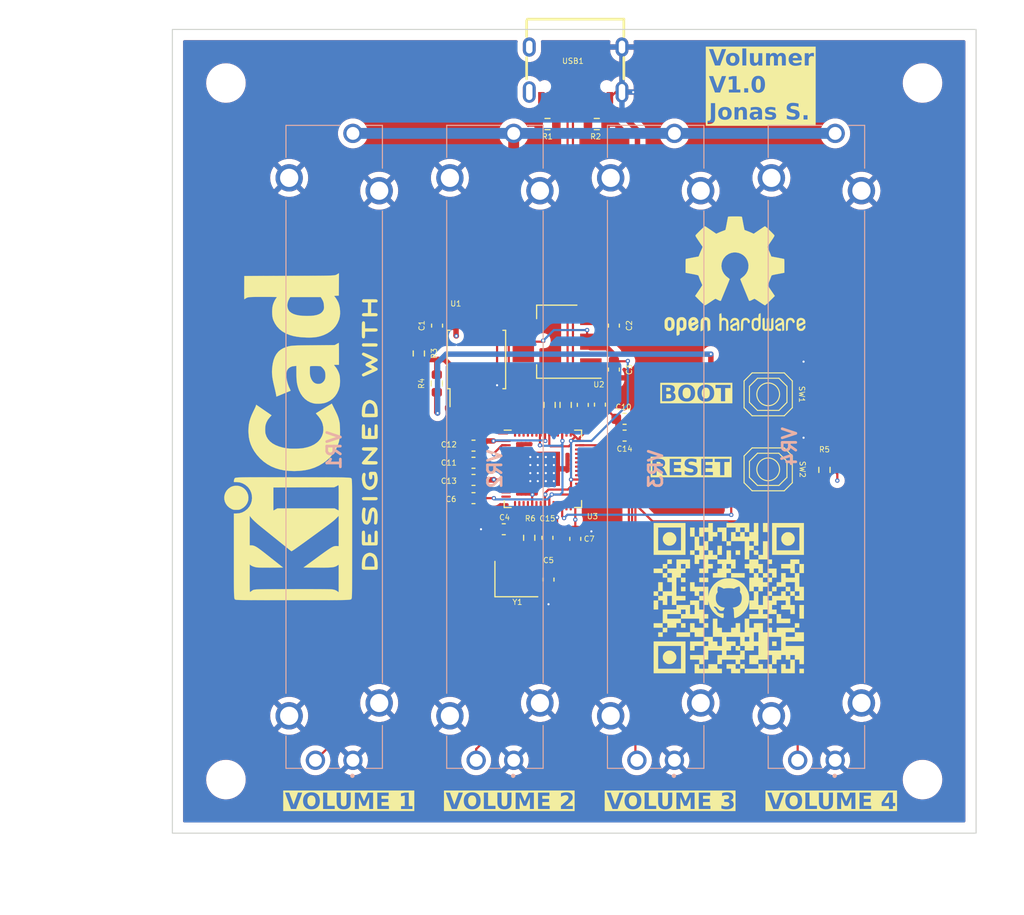
<source format=kicad_pcb>
(kicad_pcb (version 20221018) (generator pcbnew)
  (layers (0 "F.Cu" signal "FRONT") (31 "B.Cu" signal "BACK") (34 "B.Paste" user) (35 "F.Paste" user) (36 "B.SilkS" user "B.Silkscreen") (37 "F.SilkS" user "F.Silkscreen") (38 "B.Mask" user) (39 "F.Mask" user) (44 "Edge.Cuts" user))
  (net 0 "")
  (net 1 "GND")
  (net 2 "/rp2040/XIN")
  (net 3 "Net-(C5-Pad1)")
  (net 4 "/rp2040/1V1")
  (net 5 "unconnected-(U3-GPIO0-Pad2)")
  (net 7 "+5V")
  (net 8 "+3V3")
  (net 14 "/rp2040/~{RST}")
  (net 15 "/rp2040/XOUT")
  (net 16 "/rp2040/QSPI_SS")
  (net 17 "/rp2040/N_USB_D+")
  (net 18 "/USB_D+")
  (net 19 "/rp2040/N_USB_D-")
  (net 20 "/USB_D-")
  (net 21 "/rp2040/~{USB_BOOT}")
  (net 22 "Net-(USB1-CC2)")
  (net 23 "Net-(USB1-CC1)")
  (net 24 "/rp2040/QSPI_SD1")
  (net 25 "/rp2040/QSPI_SD2")
  (net 26 "/rp2040/QSPI_SD0")
  (net 27 "/rp2040/QSPI_CLK")
  (net 28 "/rp2040/QSPI_SD3")
  (net 50 "/vol_1")
  (net 53 "/vol_2")
  (net 54 "/vol_3")
  (net 55 "/vol_4")
  (footprint "Resistor_SMD:R_0603_1608Metric" (layer "F.Cu") (at 173.35 106.1 -90)
    (fp_text reference "R5")
    (fp_text value "10k")
  )
  (footprint "Capacitor_SMD:C_0603_1608Metric" (layer "F.Cu") (at 154.7 101.3375)
    (fp_text reference "C10")
    (fp_text value "100n")
  )
  (footprint "Capacitor_SMD:C_0603_1608Metric" (layer "F.Cu") (at 150.1 112.5375 -90)
    (fp_text reference "C7")
    (fp_text value "100n")
  )
  (footprint "Capacitor_SMD:C_0603_1608Metric" (layer "F.Cu") (at 153.7 96.7375 -90)
    (fp_text reference "C3")
    (fp_text value "10u")
  )
  (footprint "MountingHole:MountingHole_3.2mm_M3" (layer "F.Cu") (at 117.5 70)
    (fp_text reference "MH" hide)
    (fp_text value "MountingHole_3.2mm_M3")
  )
  (footprint "Resistor_SMD:R_0603_1608Metric" (layer "F.Cu") (at 149.2 100.0375 90)
    (fp_text reference "R8" hide)
    (fp_text value "33")
  )
  (footprint "Symbol:OSHW-Logo2_14.6x12mm_SilkScreen" (layer "F.Cu") (at 165 88)
    (fp_text reference "REF**" hide)
    (fp_text value "OSHW-Logo2_14.6x12mm_SilkScreen" hide)
  )
  (footprint "Resistor_SMD:R_0603_1608Metric" (layer "F.Cu") (at 152.105015 73.828)
    (fp_text reference "R2")
    (fp_text value "5k1")
  )
  (footprint "Resistor_SMD:R_0603_1608Metric" (layer "F.Cu") (at 137.175048 98.0375 90)
    (fp_text reference "R4")
    (fp_text value "1k")
  )
  (footprint "Resistor_SMD:R_0603_1608Metric" (layer "F.Cu") (at 147.505015 73.828 180)
    (fp_text reference "R1")
    (fp_text value "5k1")
  )
  (footprint "push_button:TS-1187A-B-A-B" (layer "F.Cu") (at 168.1 106.05)
    (fp_text reference "SW2")
    (fp_text value "SW_MEC_5E")
  )
  (footprint "Capacitor_SMD:C_0603_1608Metric" (layer "F.Cu") (at 140.6 103.8375 180)
    (fp_text reference "C12")
    (fp_text value "100n")
  )
  (footprint "libs:qr" (layer "F.Cu") (at 164.465 118.11)
    (fp_text reference "QR" hide)
    (fp_text value "LOGO" hide)
  )
  (footprint "Capacitor_SMD:C_0603_1608Metric" (layer "F.Cu") (at 153.7 92.6375 -90)
    (fp_text reference "C2")
    (fp_text value "100n")
  )
  (footprint "Capacitor_SMD:C_0603_1608Metric" (layer "F.Cu") (at 154.7 102.9)
    (fp_text reference "C14")
    (fp_text value "100n")
  )
  (footprint "Capacitor_SMD:C_0603_1608Metric" (layer "F.Cu") (at 143.425 111.6375 180)
    (fp_text reference "C4")
    (fp_text value "30p")
  )
  (footprint "USBC:USBC_16P" (layer "F.Cu") (at 150.13 67.85062 180)
    (fp_text reference "USB1")
    (fp_text value "~")
  )
  (footprint "MountingHole:MountingHole_3.2mm_M3" (layer "F.Cu") (at 182.5 135)
    (fp_text reference "MH" hide)
    (fp_text value "MountingHole_3.2mm_M3")
  )
  (footprint "Resistor_SMD:R_0603_1608Metric" (layer "F.Cu") (at 135.5 95.2375 -90)
    (fp_text reference "R3")
    (fp_text value "10k")
  )
  (footprint "Capacitor_SMD:C_0603_1608Metric" (layer "F.Cu") (at 147.6 116.3375 -90)
    (fp_text reference "C5")
    (fp_text value "30p")
  )
  (footprint "Crystal:Crystal_SMD_3225-4Pin_3.2x2.5mm" (layer "F.Cu") (at 144.6 116.2875)
    (fp_text reference "Y1")
    (fp_text value "12Mhz")
  )
  (footprint "MountingHole:MountingHole_3.2mm_M3" (layer "F.Cu") (at 182.5 70)
    (fp_text reference "MH" hide)
    (fp_text value "MountingHole_3.2mm_M3")
  )
  (footprint "push_button:TS-1187A-B-A-B" (layer "F.Cu") (at 168.1 99.05)
    (fp_text reference "SW1")
    (fp_text value "SW_MEC_5E")
  )
  (footprint "Capacitor_SMD:C_0603_1608Metric" (layer "F.Cu") (at 152.4 100.0125 90)
    (fp_text reference "C9" hide)
    (fp_text value "1u")
  )
  (footprint "Package_TO_SOT_SMD:SOT-223-3_TabPin2" (layer "F.Cu") (at 148.4 94.1375 180)
    (fp_text reference "U2")
    (fp_text value "LD1117S33TR")
  )
  (footprint "Symbol:KiCad-Logo2_12mm_SilkScreen" (layer "F.Cu") (at 123.267106 103.014893 90)
    (fp_text reference "REF**" hide)
    (fp_text value "KiCad-Logo2_12mm_SilkScreen" hide)
  )
  (footprint "Package_SO:SOIC-8_5.23x5.23mm_P1.27mm" (layer "F.Cu") (at 140.875048 95.800054 90)
    (fp_text reference "U1")
    (fp_text value "W25Q128JVS")
  )
  (footprint "Resistor_SMD:R_0603_1608Metric" (layer "F.Cu") (at 145.8 112.4375 -90)
    (fp_text reference "R6")
    (fp_text value "1k")
  )
  (footprint "Capacitor_SMD:C_0603_1608Metric" (layer "F.Cu") (at 150.8 100.0375 90)
    (fp_text reference "C8" hide)
    (fp_text value "1u")
  )
  (footprint "MountingHole:MountingHole_3.2mm_M3" (layer "F.Cu") (at 117.5 135)
    (fp_text reference "MH" hide)
    (fp_text value "MountingHole_3.2mm_M3")
  )
  (footprint "Package_DFN_QFN:QFN-56-1EP_7x7mm_P0.4mm_EP3.2x3.2mm" (layer "F.Cu") (at 147.075048 106.000054)
    (fp_text reference "U3")
    (fp_text value "RP2040")
  )
  (footprint "Capacitor_SMD:C_0603_1608Metric" (layer "F.Cu") (at 140.6 108.7375 180)
    (fp_text reference "C6")
    (fp_text value "100n")
  )
  (footprint "Capacitor_SMD:C_0603_1608Metric" (layer "F.Cu") (at 140.6 107.0375 180)
    (fp_text reference "C13")
    (fp_text value "100n")
  )
  (footprint "Capacitor_SMD:C_0603_1608Metric" (layer "F.Cu") (at 140.6 105.4375 180)
    (fp_text reference "C11")
    (fp_text value "100n")
  )
  (footprint "Resistor_SMD:R_0603_1608Metric" (layer "F.Cu") (at 147.7 100.0375 90)
    (fp_text reference "R7" hide)
    (fp_text value "33")
  )
  (footprint "Capacitor_SMD:C_0603_1608Metric" (layer "F.Cu") (at 137.2 92.6375 90)
    (fp_text reference "C1")
    (fp_text value "100n")
  )
  (footprint "Capacitor_SMD:C_0603_1608Metric" (layer "F.Cu") (at 147.5 112.4375 -90)
    (fp_text reference "C15")
    (fp_text value "100n")
  )
  (footprint "slide_pot:PTA45432015CPB503" (layer "B.Cu") (at 174.35 133.2 90)
    (fp_text reference "VR4")
    (fp_text value "slide_pot" hide)
  )
  (footprint "slide_pot:PTA45432015CPB503" (layer "B.Cu") (at 159.35 133.2 90)
    (fp_text reference "VR3")
    (fp_text value "slide_pot" hide)
  )
  (footprint "slide_pot:PTA45432015CPB503" (layer "B.Cu") (at 144.35 133.2 90)
    (fp_text reference "VR2")
    (fp_text value "slide_pot" hide)
  )
  (footprint "slide_pot:PTA45432015CPB503" (layer "B.Cu") (at 129.35 133.2 90)
    (fp_text reference "VR1")
    (fp_text value "slide_pot" hide)
  )
  (gr_rect (start 112.5 65) (end 187.5 140) (stroke (width 0.1)) (fill none) (layer "Edge.Cuts"))
  (gr_text "VOLUME 3" (at 153 138) (layer "F.SilkS" knockout) (effects (font (size 1.5 1.5) (thickness 0.3) bold) (justify left bottom)))
  (gr_text "VOLUME 1" (at 123 138) (layer "F.SilkS" knockout) (effects (font (size 1.5 1.5) (thickness 0.3) bold) (justify left bottom)))
  (gr_text "VOLUME 2" (at 138 138) (layer "F.SilkS" knockout) (effects (font (size 1.5 1.5) (thickness 0.3) bold) (justify left bottom)))
  (gr_text "RESET" (at 157.1 106.85) (layer "F.SilkS" knockout) (effects (font (size 1.5 1.5) (thickness 0.3) bold) (justify left bottom)))
  (gr_text "BOOT" (at 158 99.95) (layer "F.SilkS" knockout) (effects (font (size 1.5 1.5) (thickness 0.3) bold) (justify left bottom)))
  (gr_text "VOLUME 4" (at 168 138) (layer "F.SilkS" knockout) (effects (font (size 1.5 1.5) (thickness 0.3) bold) (justify left bottom)))
  (gr_text "Volumer \nV1.0\nJonas S." (at 162.56 73.66) (layer "F.SilkS" knockout) (effects (font (size 1.5 1.5) (thickness 0.3) bold) (justify left bottom)))
  (segment (start 163.49 102.9) (end 164.77 104.18) (width 0.2032) (layer "F.Cu") (net 1))
  (segment (start 148.4 110.5375) (end 148.4 112.8375) (width 0.2032) (layer "F.Cu") (net 1))
  (segment (start 155.5 70.85062) (end 154.464961 70.85062) (width 0.2032) (layer "F.Cu") (net 1))
  (segment (start 142.65 111.6375) (end 141.3 111.6375) (width 0.2032) (layer "F.Cu") (net 1))
  (segment (start 146.929981 73.578034) (end 146.680015 73.828) (width 0.2032) (layer "F.Cu") (net 1))
  (segment (start 154.454985 70.840644) (end 153.879929 70.840644) (width 0.2032) (layer "F.Cu") (net 1))
  (segment (start 171.4 96) (end 171.4 97.15) (width 0.2032) (layer "F.Cu") (net 1))
  (segment (start 171.35 104.2) (end 164.79 104.2) (width 0.2032) (layer "F.Cu") (net 1))
  (segment (start 146.929981 71.390554) (end 146.929981 73.578034) (width 0.2032) (layer "F.Cu") (net 1))
  (segment (start 146.1 108.4) (end 146.075048 108.424952) (width 0.2032) (layer "F.Cu") (net 1))
  (segment (start 143.5 115.4375) (end 145.2 117.1375) (width 0.2032) (layer "F.Cu") (net 1))
  (segment (start 150.1 113.3125) (end 150.725 113.3125) (width 0.2032) (layer "F.Cu") (net 1))
  (segment (start 171.4 97.15) (end 171.35 97.2) (width 0.2032) (layer "F.Cu") (net 1))
  (segment (start 148.025 113.2125) (end 147.5 113.2125) (width 0.2032) (layer "F.Cu") (net 1))
  (segment (start 147.6 117.1125) (end 147.6 118.6375) (width 0.2032) (layer "F.Cu") (net 1))
  (segment (start 171.35 104.2) (end 171.35 103.15) (width 0.2032) (layer "F.Cu") (net 1))
  (segment (start 145.2 117.1375) (end 145.7 117.1375) (width 0.2032) (layer "F.Cu") (net 1))
  (segment (start 146.580015 73.728) (end 146.680015 73.828) (width 0.2032) (layer "F.Cu") (net 1))
  (segment (start 142.780048 98.219952) (end 142.8 98.2) (width 0.2032) (layer "F.Cu") (net 1))
  (segment (start 150.725 113.3125) (end 151.6 112.4375) (width 0.2032) (layer "F.Cu") (net 1))
  (segment (start 154.464961 70.85062) (end 154.454985 70.840644) (width 0.2032) (layer "F.Cu") (net 1))
  (segment (start 155.475 102.9) (end 163.49 102.9) (width 0.2032) (layer "F.Cu") (net 1))
  (segment (start 164.79 104.2) (end 164.77 104.18) (width 0.2032) (layer "F.Cu") (net 1))
  (segment (start 153.879929 70.840644) (end 153.330019 71.390554) (width 0.2032) (layer "F.Cu") (net 1))
  (segment (start 146.075048 108.424952) (end 146.075048 109.437554) (width 0.2032) (layer "F.Cu") (net 1))
  (segment (start 171.35 103.15) (end 171.4 103.1) (width 0.2032) (layer "F.Cu") (net 1))
  (segment (start 148.4 112.8375) (end 148.025 113.2125) (width 0.2032) (layer "F.Cu") (net 1))
  (segment (start 151.6 112.4375) (end 151.6 111.8375) (width 0.2032) (layer "F.Cu") (net 1))
  (segment (start 142.780048 99.400054) (end 142.780048 98.219952) (width 0.2032) (layer "F.Cu") (net 1))
  (via (at 155.5 70.85062) (size 0.4) (drill 0.2) (layers "F.Cu" "B.Cu") (net 1))
  (via (at 147.35 107.15) (size 0.4) (drill 0.2) (layers "F.Cu" "B.Cu") (net 1))
  (via (at 145.9 105.65) (size 0.4) (drill 0.2) (layers "F.Cu" "B.Cu") (net 1))
  (via (at 171.4 103.1) (size 0.4) (drill 0.2) (layers "F.Cu" "B.Cu") (net 1))
  (via (at 147.35 106.4) (size 0.4) (drill 0.2) (layers "F.Cu" "B.Cu") (net 1))
  (via (at 148.1 105.65) (size 0.4) (drill 0.2) (layers "F.Cu" "B.Cu") (net 1))
  (via (at 146.6 106.4) (size 0.4) (drill 0.2) (layers "F.Cu" "B.Cu") (net 1))
  (via (at 145.9 104.9) (size 0.4) (drill 0.2) (layers "F.Cu" "B.Cu") (net 1))
  (via (at 148.1 107.15) (size 0.4) (drill 0.2) (layers "F.Cu" "B.Cu") (net 1))
  (via (at 147.35 105.65) (size 0.4) (drill 0.2) (layers "F.Cu" "B.Cu") (net 1))
  (via (at 146.6 105.65) (size 0.4) (drill 0.2) (layers "F.Cu" "B.Cu") (net 1))
  (via (at 145.9 106.4) (size 0.4) (drill 0.2) (layers "F.Cu" "B.Cu") (net 1))
  (via (at 147.35 104.9) (size 0.4) (drill 0.2) (layers "F.Cu" "B.Cu") (net 1))
  (via (at 141.3 111.6375) (size 0.4) (drill 0.2) (layers "F.Cu" "B.Cu") (net 1))
  (via (at 148.4 110.5375) (size 0.4) (drill 0.2) (layers "F.Cu" "B.Cu") (net 1))
  (via (at 171.4 96) (size 0.4) (drill 0.2) (layers "F.Cu" "B.Cu") (net 1))
  (via (at 146.1 108.4) (size 0.4) (drill 0.2) (layers "F.Cu" "B.Cu") (net 1))
  (via (at 148.1 106.4) (size 0.4) (drill 0.2) (layers "F.Cu" "B.Cu") (net 1))
  (via (at 146.6 107.15) (size 0.4) (drill 0.2) (layers "F.Cu" "B.Cu") (net 1))
  (via (at 146.6 104.9) (size 0.4) (drill 0.2) (layers "F.Cu" "B.Cu") (net 1))
  (via (at 148.1 104.9) (size 0.4) (drill 0.2) (layers "F.Cu" "B.Cu") (net 1))
  (via (at 142.8 98.2) (size 0.4) (drill 0.2) (layers "F.Cu" "B.Cu") (net 1))
  (via (at 151.6 111.8375) (size 0.4) (drill 0.2) (layers "F.Cu" "B.Cu") (net 1))
  (via (at 147.6 118.6375) (size 0.4) (drill 0.2) (layers "F.Cu" "B.Cu") (net 1))
  (via (at 145.9 107.15) (size 0.4) (drill 0.2) (layers "F.Cu" "B.Cu") (net 1))
  (segment (start 171.4 103.1) (end 171.4 96) (width 0.2032) (layer "B.Cu") (net 1))
  (segment (start 144.1 113.1375) (end 142.2 113.1375) (width 0.2032) (layer "F.Cu") (net 2))
  (segment (start 146.475048 109.437554) (end 146.475048 109.815172) (width 0.2032) (layer "F.Cu") (net 2))
  (segment (start 144.5 110.5375) (end 144.2 110.8375) (width 0.2032) (layer "F.Cu") (net 2))
  (segment (start 141.5 116.3375) (end 142.3 117.1375) (width 0.2032) (layer "F.Cu") (net 2))
  (segment (start 146.475048 109.437554) (end 146.475048 109.914952) (width 0.2032) (layer "F.Cu") (net 2))
  (segment (start 141.5 113.8375) (end 141.5 116.3375) (width 0.2032) (layer "F.Cu") (net 2))
  (segment (start 144.2 110.8375) (end 144.2 111.6375) (width 0.2032) (layer "F.Cu") (net 2))
  (segment (start 142.3 117.1375) (end 143.5 117.1375) (width 0.2032) (layer "F.Cu") (net 2))
  (segment (start 142.2 113.1375) (end 141.5 113.8375) (width 0.2032) (layer "F.Cu") (net 2))
  (segment (start 145.75272 110.5375) (end 144.5 110.5375) (width 0.2032) (layer "F.Cu") (net 2))
  (segment (start 144.2 111.6375) (end 144.2 113.0375) (width 0.2032) (layer "F.Cu") (net 2))
  (segment (start 146.475048 109.815172) (end 145.75272 110.5375) (width 0.2032) (layer "F.Cu") (net 2))
  (segment (start 144.2 113.0375) (end 144.1 113.1375) (width 0.2032) (layer "F.Cu") (net 2))
  (segment (start 147.475 115.4375) (end 147.6 115.5625) (width 0.2032) (layer "F.Cu") (net 3))
  (segment (start 145.8 113.2625) (end 145.7 113.3625) (width 0.2032) (layer "F.Cu") (net 3))
  (segment (start 145.7 113.3625) (end 145.7 115.4375) (width 0.2032) (layer "F.Cu") (net 3))
  (segment (start 145.7 115.4375) (end 147.475 115.4375) (width 0.2032) (layer "F.Cu") (net 3))
  (segment (start 148.875048 102.184936) (end 149.322484 101.7375) (width 0.2032) (layer "F.Cu") (net 4))
  (segment (start 147.9 108.4) (end 149.5 108.4) (width 0.2032) (layer "F.Cu") (net 4))
  (segment (start 146.875048 102.562554) (end 146.8 102.637602) (width 0.2032) (layer "F.Cu") (net 4))
  (segment (start 149.875 101.7375) (end 150.8 100.8125) (width 0.2032) (layer "F.Cu") (net 4))
  (segment (start 150.1 111.7625) (end 150.1 110.7375) (width 0.2032) (layer "F.Cu") (net 4))
  (segment (start 149.322484 101.7375) (end 149.875 101.7375) (width 0.2032) (layer "F.Cu") (net 4))
  (segment (start 141.375 108.7375) (end 142.5 108.7375) (width 0.2032) (layer "F.Cu") (net 4))
  (segment (start 147.9 108.438659) (end 147.9 108.4) (width 0.2032) (layer "F.Cu") (net 4))
  (segment (start 146.8 102.637602) (end 146.8 103.8) (width 0.2032) (layer "F.Cu") (net 4))
  (segment (start 148.875048 102.562554) (end 148.875048 103.375048) (width 0.2032) (layer "F.Cu") (net 4))
  (segment (start 147.675048 108.663611) (end 147.9 108.438659) (width 0.2032) (layer "F.Cu") (net 4))
  (segment (start 148.875048 102.562554) (end 148.875048 102.184936) (width 0.2032) (layer "F.Cu") (net 4))
  (segment (start 150.1 109) (end 150.1 110.7375) (width 0.2032) (layer "F.Cu") (net 4))
  (segment (start 149.5 108.4) (end 150.1 109) (width 0.2032) (layer "F.Cu") (net 4))
  (segment (start 148.875048 103.375048) (end 148.9 103.4) (width 0.2032) (layer "F.Cu") (net 4))
  (segment (start 147.675048 109.437554) (end 147.675048 108.663611) (width 0.2032) (layer "F.Cu") (net 4))
  (via (at 148.9 103.4) (size 0.4) (drill 0.2) (layers "F.Cu" "B.Cu") (net 4))
  (via (at 146.8 103.8) (size 0.4) (drill 0.2) (layers "F.Cu" "B.Cu") (net 4))
  (via (at 147.9 108.4) (size 0.4) (drill 0.2) (layers "F.Cu" "B.Cu") (net 4))
  (via (at 150.1 110.7375) (size 0.4) (drill 0.2) (layers "F.Cu" "B.Cu") (net 4))
  (via (at 142.5 108.7375) (size 0.4) (drill 0.2) (layers "F.Cu" "B.Cu") (net 4))
  (segment (start 146.8 103.8) (end 146.8516 103.8516) (width 0.2032) (layer "B.Cu") (net 4))
  (segment (start 148.9 103.4) (end 148.9 108.2) (width 0.2032) (layer "B.Cu") (net 4))
  (segment (start 148.7 108.4) (end 147.9 108.4) (width 0.2032) (layer "B.Cu") (net 4))
  (segment (start 146.8516 103.8516) (end 148.7484 103.8516) (width 0.2032) (layer "B.Cu") (net 4))
  (segment (start 147.487059 108.8516) (end 147.9 108.438659) (width 0.2032) (layer "B.Cu") (net 4))
  (segment (start 148.9 108.2) (end 148.7 108.4) (width 0.2032) (layer "B.Cu") (net 4))
  (segment (start 148.9 103.7) (end 148.9 103.4) (width 0.2032) (layer "B.Cu") (net 4))
  (segment (start 142.5 108.7375) (end 142.6141 108.8516) (width 0.2032) (layer "B.Cu") (net 4))
  (segment (start 148.7484 103.8516) (end 148.9 103.7) (width 0.2032) (layer "B.Cu") (net 4))
  (segment (start 142.6141 108.8516) (end 147.487059 108.8516) (width 0.2032) (layer "B.Cu") (net 4))
  (segment (start 147.9 108.438659) (end 147.9 108.4) (width 0.2032) (layer "B.Cu") (net 4))
  (segment (start 142.5 104.559984) (end 143.25993 103.800054) (width 0.2032) (layer "F.Cu") (net 5))
  (segment (start 142.5 104.6375) (end 142.5 104.559984) (width 0.2032) (layer "F.Cu") (net 5))
  (segment (start 143.25993 103.800054) (end 143.637548 103.800054) (width 0.2032) (layer "F.Cu") (net 5))
  (via (at 142.5 104.6375) (size 0.4) (drill 0.2) (layers "F.Cu" "B.Cu") (net 5))
  (segment (start 152.529919 72.515238) (end 152.529919 71.390554) (width 0.508) (layer "F.Cu") (net 7))
  (segment (start 152.529919 70.822715) (end 152.529919 71.390554) (width 0.2032) (layer "F.Cu") (net 7))
  (segment (start 147.800066 71.390554) (end 147.886914 71.303706) (width 0.2032) (layer "F.Cu") (net 7))
  (segment (start 152.545157 72.5) (end 152.529919 72.515238) (width 0.508) (layer "F.Cu") (net 7))
  (segment (start 154 72.5) (end 152.545157 72.5) (width 0.508) (layer "F.Cu") (net 7))
  (segment (start 147.886914 70.803706) (end 148.69062 70) (width 0.2032) (layer "F.Cu") (net 7))
  (segment (start 155.9 74.4) (end 154 72.5) (width 0.508) (layer "F.Cu") (net 7))
  (segment (start 147.729827 71.390554) (end 147.800066 71.390554) (width 0.2032) (layer "F.Cu") (net 7))
  (segment (start 148.69062 70) (end 151.707204 70) (width 0.2032) (layer "F.Cu") (net 7))
  (segment (start 151.55 91.8375) (end 153.675 91.8375) (width 1.016) (layer "F.Cu") (net 7))
  (segment (start 147.886914 71.303706) (end 147.886914 70.803706) (width 0.2032) (layer "F.Cu") (net 7))
  (segment (start 155.9 91.15) (end 155.9 74.4) (width 0.508) (layer "F.Cu") (net 7))
  (segment (start 155.2125 91.8375) (end 155.9 91.15) (width 0.508) (layer "F.Cu") (net 7))
  (segment (start 151.55 91.8375) (end 155.2125 91.8375) (width 0.508) (layer "F.Cu") (net 7))
  (segment (start 151.707204 70) (end 152.529919 70.822715) (width 0.2032) (layer "F.Cu") (net 7))
  (segment (start 153.675 91.8375) (end 153.7 91.8625) (width 1.016) (layer "F.Cu") (net 7))
  (segment (start 147.1 94.0375) (end 147.2 94.1375) (width 0.2032) (layer "F.Cu") (net 8))
  (segment (start 149.7 103.7) (end 149.7 103.4) (width 0.2032) (layer "F.Cu") (net 8))
  (segment (start 153.375 100.7875) (end 153.925 101.3375) (width 0.2032) (layer "F.Cu") (net 8))
  (segment (start 138.799946 92.800054) (end 137.427446 92.800054) (width 0.508) (layer "F.Cu") (net 8))
  (segment (start 173.35 105.275) (end 173.35 102.9) (width 0.2032) (layer "F.Cu") (net 8))
  (segment (start 142.462554 107.0375) (end 142.5 107.000054) (width 0.508) (layer "F.Cu") (net 8))
  (segment (start 147.275048 109.437554) (end 147.275048 111.437548) (width 0.2032) (layer "F.Cu") (net 8))
  (segment (start 142.462554 103.400054) (end 143.637548 103.400054) (width 0.2032) (layer "F.Cu") (net 8))
  (segment (start 172.6 102.15) (end 153.925 102.15) (width 0.2032) (layer "F.Cu") (net 8))
  (segment (start 154.975 95.9625) (end 155 95.9375) (width 0.2032) (layer "F.Cu") (net 8))
  (segment (start 138.970048 90.729952) (end 139.9445 89.7555) (width 0.2032) (layer "F.Cu") (net 8))
  (segment (start 151.525048 94.700054) (end 153.062554 94.700054) (width 0.508) (layer "F.Cu") (net 8))
  (segment (start 139.9445 89.7555) (end 144.2555 89.7555) (width 0.2032) (layer "F.Cu") (net 8))
  (segment (start 150.106247 102.993753) (end 150.512548 103.400054) (width 0.2032) (layer "F.Cu") (net 8))
  (segment (start 138.970048 93.570048) (end 139 93.6) (width 0.508) (layer "F.Cu") (net 8))
  (segment (start 150.512548 103.087452) (end 152.4 101.2) (width 0.2032) (layer "F.Cu") (net 8))
  (segment (start 141.375 105.4375) (end 141.375 107.0375) (width 0.2032) (layer "F.Cu") (net 8))
  (segment (start 147.3 108.4) (end 147.3 108.2375) (width 0.2032) (layer "F.Cu") (net 8))
  (segment (start 151.2 93.05) (end 151.2 93.7875) (width 0.2032) (layer "F.Cu") (net 8))
  (segment (start 138.970048 92.200054) (end 138.970048 90.729952) (width 0.2032) (layer "F.Cu") (net 8))
  (segment (start 138.970048 92.200054) (end 138.970048 93.570048) (width 0.508) (layer "F.Cu") (net 8))
  (segment (start 147.6 107.9375) (end 149.4 107.9375) (width 0.2032) (layer "F.Cu") (net 8))
  (segment (start 147 94.1375) (end 147.1 94.0375) (width 0.2032) (layer "F.Cu") (net 8))
  (segment (start 147.275048 103.375048) (end 147.3 103.4) (width 0.2032) (layer "F.Cu") (net 8))
  (segment (start 173.35 102.9) (end 172.6 102.15) (width 0.2032) (layer "F.Cu") (net 8))
  (segment (start 147.675048 102.124952) (end 147.675048 102.562554) (width 0.2032) (layer "F.Cu") (net 8))
  (segment (start 147.275048 111.437548) (end 147.5 111.6625) (width 0.2032) (layer "F.Cu") (net 8))
  (segment (start 174.55 106.475) (end 174.55 107.1) (width 0.2032) (layer "F.Cu") (net 8))
  (segment (start 149.7 107.6375) (end 149.7 107) (width 0.2032) (layer "F.Cu") (net 8))
  (segment (start 137.427446 92.800054) (end 135.5 94.7275) (width 0.508) (layer "F.Cu") (net 8))
  (segment (start 147.8 103.9) (end 149.5 103.9) (width 0.2032) (layer "F.Cu") (net 8))
  (segment (start 147.675048 103.775048) (end 147.8 103.9) (width 0.2032) (layer "F.Cu") (net 8))
  (segment (start 144.2555 89.7555) (end 145.25 90.75) (width 0.2032) (layer "F.Cu") (net 8))
  (segment (start 147.275048 102.562554) (end 147.675048 102.562554) (width 0.2032) (layer "F.Cu") (net 8))
  (segment (start 152.4 101.2) (end 152.4 100.7875) (width 0.2032) (layer "F.Cu") (net 8))
  (segment (start 153.925 102.35) (end 153.925 102.9) (width 0.2032) (layer "F.Cu") (net 8))
  (segment (start 150.512548 103.400054) (end 150.512548 103.087452) (width 0.2032) (layer "F.Cu") (net 8))
  (segment (start 149.275048 102.562554) (end 149.675048 102.562554) (width 0.2032) (layer "F.Cu") (net 8))
  (segment (start 138.970048 92.200054) (end 138.970048 92.629952) (width 0.508) (layer "F.Cu") (net 8))
  (segment (start 149.5 103.9) (end 149.7 103.7) (width 0.2032) (layer "F.Cu") (net 8))
  (segment (start 138.970048 92.629952) (end 138.799946 92.800054) (width 0.508) (layer "F.Cu") (net 8))
  (segment (start 153.925 102.15) (end 153.925 102.35) (width 0.2032) (layer "F.Cu") (net 8))
  (segment (start 147.275048 102.562554) (end 147.275048 103.375048) (width 0.2032) (layer "F.Cu") (net 8))
  (segment (start 149.700054 107.000054) (end 149.7 107) (width 0.2032) (layer "F.Cu") (net 8))
  (segment (start 145.47 85.74) (end 145.47 93.9175) (width 1.016) (layer "F.Cu") (net 8))
  (segment (start 145.47 93.9175) (end 145.25 94.1375) (width 1.016) (layer "F.Cu") (net 8))
  (segment (start 149.675048 102.562554) (end 150.106247 102.993753) (width 0.2032) (layer "F.Cu") (net 8))
  (segment (start 141.375 103.8375) (end 141.375 107.0375) (width 0.508) (layer "F.Cu") (net 8))
  (segment (start 150.512548 107.000054) (end 149.700054 107.000054) (width 0.2032) (layer "F.Cu") (net 8))
  (segment (start 153.062554 94.700054) (end 153.7 95.3375) (width 0.508) (layer "F.Cu") (net 8))
  (segment (start 142.5 107.000054) (end 143.637548 107.000054) (width 0.2032) (layer "F.Cu") (net 8))
  (segment (start 147.275048 108.424952) (end 147.275048 109.437554) (width 0.2032) (layer "F.Cu") (net 8))
  (segment (start 151.2 93.7875) (end 151.55 94.1375) (width 0.2032) (layer "F.Cu") (net 8))
  (segment (start 149.4 107.9375) (end 149.7 107.6375) (width 0.2032) (layer "F.Cu") (net 8))
  (segment (start 142.462554 103.400054) (end 141.812446 103.400054) (width 0.508) (layer "F.Cu") (net 8))
  (segment (start 145.25 94.1375) (end 147 94.1375) (width 0.2032) (layer "F.Cu") (net 8))
  (segment (start 153.925 101.3375) (end 153.925 102.35) (width 0.2032) (layer "F.Cu") (net 8))
  (segment (start 147.3 108.2375) (end 147.6 107.9375) (width 0.2032) (layer "F.Cu") (net 8))
  (segment (start 141.812446 103.400054) (end 141.375 103.8375) (width 0.508) (layer "F.Cu") (net 8))
  (segment (start 147.3 108.4) (end 147.275048 108.424952) (width 0.2032) (layer "F.Cu") (net 8))
  (segment (start 173.35 105.275) (end 174.55 106.475) (width 0.2032) (layer "F.Cu") (net 8))
  (segment (start 152.4 100.7875) (end 153.375 100.7875) (width 0.2032) (layer "F.Cu") (net 8))
  (segment (start 141.375 107.0375) (end 142.462554 107.0375) (width 0.508) (layer "F.Cu") (net 8))
  (segment (start 147.675048 102.562554) (end 147.675048 103.775048) (width 0.2032) (layer "F.Cu") (net 8))
  (segment (start 144.35 84.62) (end 145.47 85.74) (width 1.016) (layer "F.Cu") (net 8))
  (segment (start 150.106247 102.993753) (end 149.7 103.4) (width 0.2032) (layer "F.Cu") (net 8))
  (segment (start 144.35 74.7) (end 144.35 84.62) (width 1.016) (layer "F.Cu") (net 8))
  (segment (start 145.25 90.75) (end 145.25 94.1375) (width 0.2032) (layer "F.Cu") (net 8))
  (segment (start 153.7 95.3375) (end 153.7 96.2575) (width 0.508) (layer "F.Cu") (net 8))
  (segment (start 153.7 95.9625) (end 154.975 95.9625) (width 0.2032) (layer "F.Cu") (net 8))
  (via (at 147.3 108.4) (size 0.4) (drill 0.2) (layers "F.Cu" "B.Cu") (net 8))
  (via (at 149.7 103.4) (size 0.4) (drill 0.2) (layers "F.Cu" "B.Cu") (net 8))
  (via (at 139 93.6) (size 0.4) (drill 0.2) (layers "F.Cu" "B.Cu") (net 8))
  (via (at 147.1 94.0375) (size 0.4) (drill 0.2) (layers "F.Cu" "B.Cu") (net 8))
  (via (at 147.3 103.4) (size 0.4) (drill 0.2) (layers "F.Cu" "B.Cu") (net 8))
  (via (at 155 95.9375) (size 0.4) (drill 0.2) (layers "F.Cu" "B.Cu") (net 8))
  (via (at 149.7 107) (size 0.4) (drill 0.2) (layers "F.Cu" "B.Cu") (net 8))
  (via (at 174.55 107.1) (size 0.4) (drill 0.2) (layers "F.Cu" "B.Cu") (net 8))
  (via (at 151.2 93.05) (size 0.4) (drill 0.2) (layers "F.Cu" "B.Cu") (net 8))
  (via (at 142.5 107.000054) (size 0.4) (drill 0.2) (layers "F.Cu" "B.Cu") (net 8))
  (via (at 142.462554 103.400054) (size 0.4) (drill 0.2) (layers "F.Cu" "B.Cu") (net 8))
  (segment (start 155 95.9375) (end 155 100) (width 0.2032) (layer "B.Cu") (net 8))
  (segment (start 142.514208 103.3484) (end 147.2484 103.3484) (width 0.2032) (layer "B.Cu") (net 8))
  (segment (start 148.1 93.05) (end 151.2 93.05) (width 0.2032) (layer "B.Cu") (net 8))
  (segment (start 129.35 74.7) (end 174.35 74.7) (width 1.016) (layer "B.Cu") (net 8))
  (segment (start 147.1125 94.0375) (end 148.1 93.05) (width 0.2032) (layer "B.Cu") (net 8))
  (segment (start 149.7 103.4) (end 149.7 107) (width 0.2032) (layer "B.Cu") (net 8))
  (segment (start 147.1 94.0375) (end 147.1125 94.0375) (width 0.2032) (layer "B.Cu") (net 8))
  (segment (start 151.6 103.4) (end 149.7 103.4) (width 0.2032) (layer "B.Cu") (net 8))
  (segment (start 155 100) (end 151.6 103.4) (width 0.2032) (layer "B.Cu") (net 8))
  (segment (start 147.2484 103.3484) (end 147.3 103.4) (width 0.2032) (layer "B.Cu") (net 8))
  (segment (start 142.462554 103.400054) (end 142.514208 103.3484) (width 0.2032) (layer "B.Cu") (net 8))
  (segment (start 164.75 107.9) (end 171.35 107.9) (width 0.508) (layer "F.Cu") (net 14))
  (segment (start 148.875048 109.437554) (end 148.875048 110.425048) (width 0.2032) (layer "F.Cu") (net 14))
  (segment (start 164.65 108) (end 164.75 107.9) (width 0.2032) (layer "F.Cu") (net 14))
  (segment (start 164.65 110.3) (end 164.65 108) (width 0.2032) (layer "F.Cu") (net 14))
  (segment (start 172.375 107.9) (end 173.35 106.925) (width 0.508) (layer "F.Cu") (net 14))
  (segment (start 148.875048 110.425048) (end 149.05 110.6) (width 0.2032) (layer "F.Cu") (net 14))
  (segment (start 171.35 107.9) (end 172.375 107.9) (width 0.508) (layer "F.Cu") (net 14))
  (via (at 164.65 110.3) (size 0.4) (drill 0.2) (layers "F.Cu" "B.Cu") (net 14))
  (via (at 149.05 110.6) (size 0.4) (drill 0.2) (layers "F.Cu" "B.Cu") (net 14))
  (segment (start 164.6359 110.2859) (end 164.65 110.3) (width 0.2032) (layer "B.Cu") (net 14))
  (segment (start 149.3641 110.2859) (end 164.6359 110.2859) (width 0.2032) (layer "B.Cu") (net 14))
  (segment (start 149.05 110.6) (end 149.3641 110.2859) (width 0.2032) (layer "B.Cu") (net 14))
  (segment (start 146.875048 110.537452) (end 145.8 111.6125) (width 0.2032) (layer "F.Cu") (net 15))
  (segment (start 146.875048 109.437554) (end 146.875048 110.537452) (width 0.2032) (layer "F.Cu") (net 15))
  (segment (start 139 96.9) (end 139 99.370102) (width 0.508) (layer "F.Cu") (net 16))
  (segment (start 135.5 95.7475) (end 135.552554 95.800054) (width 0.508) (layer "F.Cu") (net 16))
  (segment (start 137 95.800054) (end 137.3 95.800054) (width 0.508) (layer "F.Cu") (net 16))
  (segment (start 138.970048 99.400054) (end 138.970048 100.470048) (width 0.2032) (layer "F.Cu") (net 16))
  (segment (start 138.970048 100.470048) (end 140.1 101.6) (width 0.2032) (layer "F.Cu") (net 16))
  (segment (start 144.475048 101.775048) (end 144.475048 102.562554) (width 0.2032) (layer "F.Cu") (net 16))
  (segment (start 135.552554 95.800054) (end 137 95.800054) (width 0.508) (layer "F.Cu") (net 16))
  (segment (start 144.3 101.6) (end 144.475048 101.775048) (width 0.2032) (layer "F.Cu") (net 16))
  (segment (start 140.1 101.6) (end 144.3 101.6) (width 0.2032) (layer "F.Cu") (net 16))
  (segment (start 139 99.370102) (end 138.970048 99.400054) (width 0.508) (layer "F.Cu") (net 16))
  (segment (start 137.3 95.800054) (end 137.900054 95.800054) (width 0.508) (layer "F.Cu") (net 16))
  (segment (start 137.175048 97.2125) (end 137.175048 95.925006) (width 0.508) (layer "F.Cu") (net 16))
  (segment (start 137.175048 95.925006) (end 137.3 95.800054) (width 0.508) (layer "F.Cu") (net 16))
  (segment (start 137.900054 95.800054) (end 139 96.9) (width 0.508) (layer "F.Cu") (net 16))
  (segment (start 137.175048 95.975102) (end 137 95.800054) (width 0.2032) (layer "F.Cu") (net 16))
  (segment (start 147.7 100.8625) (end 148.075048 101.237548) (width 0.2032) (layer "F.Cu") (net 17))
  (segment (start 148.075048 102.562554) (end 148.050047 102.537553) (width 0.2) (layer "F.Cu") (net 17))
  (segment (start 148.075048 101.237548) (end 148.075048 102.562554) (width 0.2032) (layer "F.Cu") (net 17))
  (segment (start 149.380065 97.119935) (end 147.7 98.8) (width 0.2) (layer "F.Cu") (net 18))
  (segment (start 147.7 98.8) (end 147.7 99.2125) (width 0.2) (layer "F.Cu") (net 18))
  (segment (start 150.380063 70.370683) (end 150.380063 71.390554) (width 0.2) (layer "F.Cu") (net 18))
  (segment (start 149.36 71.410619) (end 149.380065 71.390554) (width 0.2) (layer "F.Cu") (net 18))
  (segment (start 149.380065 71.390554) (end 149.380065 70.35062) (width 0.2) (layer "F.Cu") (net 18))
  (segment (start 149.380065 70.35062) (end 150.36 70.35062) (width 0.2) (layer "F.Cu") (net 18))
  (segment (start 150.36 70.35062) (end 150.380063 70.370683) (width 0.2) (layer "F.Cu") (net 18))
  (segment (start 149.380065 71.390554) (end 149.380065 97.119935) (width 0.2) (layer "F.Cu") (net 18))
  (segment (start 148.475048 101.587452) (end 148.475048 102.562554) (width 0.2032) (layer "F.Cu") (net 19))
  (segment (start 148.475048 102.562554) (end 148.500049 102.537553) (width 0.2) (layer "F.Cu") (net 19))
  (segment (start 149.2 100.8625) (end 148.475048 101.587452) (width 0.2032) (layer "F.Cu") (net 19))
  (segment (start 150.88 71.390619) (end 150.879935 71.390554) (width 0.2) (layer "F.Cu") (net 20))
  (segment (start 149.879937 72.33062) (end 149.899937 72.35062) (width 0.2) (layer "F.Cu") (net 20))
  (segment (start 149.899937 72.35062) (end 150.88 72.35062) (width 0.2) (layer "F.Cu") (net 20))
  (segment (start 150.88 72.35062) (end 150.88 71.390619) (width 0.2) (layer "F.Cu") (net 20))
  (segment (start 149.879937 71.390554) (end 149.879937 72.33062) (width 0.2) (layer "F.Cu") (net 20))
  (segment (start 149.879937 98.532563) (end 149.879937 71.390554) (width 0.2032) (layer "F.Cu") (net 20))
  (segment (start 149.2 99.2125) (end 149.879937 98.532563) (width 0.2032) (layer "F.Cu") (net 20))
  (segment (start 162.75 100.1) (end 163.55 100.9) (width 0.508) (layer "F.Cu") (net 21))
  (segment (start 163.55 100.9) (end 164.75 100.9) (width 0.508) (layer "F.Cu") (net 21))
  (segment (start 162.75 95.3) (end 162.75 100.1) (width 0.508) (layer "F.Cu") (net 21))
  (segment (start 137.175048 98.8625) (end 137.175048 100.725048) (width 0.508) (layer "F.Cu") (net 21))
  (segment (start 164.75 100.9) (end 171.35 100.9) (width 0.508) (layer "F.Cu") (net 21))
  (segment (start 137.175048 100.725048) (end 137.25 100.8) (width 0.508) (layer "F.Cu") (net 21))
  (via (at 162.75 95.3) (size 0.4) (drill 0.2) (layers "F.Cu" "B.Cu") (net 21))
  (via (at 137.25 100.8) (size 0.4) (drill 0.2) (layers "F.Cu" "B.Cu") (net 21))
  (segment (start 137.25 96.1) (end 138.05 95.3) (width 0.508) (layer "B.Cu") (net 21))
  (segment (start 138.05 95.3) (end 162.75 95.3) (width 0.508) (layer "B.Cu") (net 21))
  (segment (start 137.25 100.8) (end 137.25 96.1) (width 0.508) (layer "B.Cu") (net 21))
  (segment (start 148.379813 71.390554) (end 148.379813 73.778202) (width 0.2032) (layer "F.Cu") (net 22))
  (segment (start 148.379813 73.778202) (end 148.330015 73.828) (width 0.2032) (layer "F.Cu") (net 22))
  (segment (start 151.379807 71.390554) (end 151.379807 73.728208) (width 0.2032) (layer "F.Cu") (net 23))
  (segment (start 151.379807 73.728208) (end 151.280015 73.828) (width 0.2032) (layer "F.Cu") (net 23))
  (segment (start 144.6 101.2) (end 144.875048 101.475048) (width 0.2032) (layer "F.Cu") (net 24))
  (segment (start 140.240048 99.400054) (end 140.240048 100.540048) (width 0.2032) (layer "F.Cu") (net 24))
  (segment (start 140.240048 100.540048) (end 140.9 101.2) (width 0.2032) (layer "F.Cu") (net 24))
  (segment (start 140.9 101.2) (end 144.6 101.2) (width 0.2032) (layer "F.Cu") (net 24))
  (segment (start 144.875048 101.475048) (end 144.875048 102.562554) (width 0.2032) (layer "F.Cu") (net 24))
  (segment (start 141.510048 99.400054) (end 141.510048 100.410048) (width 0.2032) (layer "F.Cu") (net 25))
  (segment (start 144.8 100.8) (end 145.275048 101.275048) (width 0.2032) (layer "F.Cu") (net 25))
  (segment (start 141.510048 100.410048) (end 141.9 100.8) (width 0.2032) (layer "F.Cu") (net 25))
  (segment (start 141.9 100.8) (end 144.8 100.8) (width 0.2032) (layer "F.Cu") (net 25))
  (segment (start 145.275048 101.275048) (end 145.275048 102.562554) (width 0.2032) (layer "F.Cu") (net 25))
  (segment (start 145.675048 101.101232) (end 145.675048 102.562554) (width 0.2032) (layer "F.Cu") (net 26))
  (segment (start 142.780048 92.200054) (end 142.8 92.220006) (width 0.2032) (layer "F.Cu") (net 26))
  (segment (start 144.2158 98.741984) (end 144.2158 99.641984) (width 0.2032) (layer "F.Cu") (net 26))
  (segment (start 142.8 92.220006) (end 142.8 97.326184) (width 0.2032) (layer "F.Cu") (net 26))
  (segment (start 144.2158 99.641984) (end 145.675048 101.101232) (width 0.2032) (layer "F.Cu") (net 26))
  (segment (start 142.8 97.326184) (end 144.2158 98.741984) (width 0.2032) (layer "F.Cu") (net 26))
  (segment (start 143.6 97.713092) (end 144.5079 98.620992) (width 0.2032) (layer "F.Cu") (net 27))
  (segment (start 141.510048 92.200054) (end 141.510048 91.089952) (width 0.2032) (layer "F.Cu") (net 27))
  (segment (start 143.6 91.1) (end 143.6 97.713092) (width 0.2032) (layer "F.Cu") (net 27))
  (segment (start 146.075048 101.08814) (end 146.075048 102.562554) (width 0.2032) (layer "F.Cu") (net 27))
  (segment (start 143.3 90.8) (end 143.6 91.1) (width 0.2032) (layer "F.Cu") (net 27))
  (segment (start 141.8 90.8) (end 143.3 90.8) (width 0.2032) (layer "F.Cu") (net 27))
  (segment (start 144.5079 98.620992) (end 144.5079 99.520992) (width 0.2032) (layer "F.Cu") (net 27))
  (segment (start 144.5079 99.520992) (end 146.075048 101.08814) (width 0.2032) (layer "F.Cu") (net 27))
  (segment (start 141.510048 91.089952) (end 141.8 90.8) (width 0.2032) (layer "F.Cu") (net 27))
  (segment (start 140.240048 92.200054) (end 140.240048 90.859952) (width 0.2032) (layer "F.Cu") (net 28))
  (segment (start 144.8 99.4) (end 146.475048 101.075048) (width 0.2032) (layer "F.Cu") (net 28))
  (segment (start 140.240048 90.859952) (end 140.9 90.2) (width 0.2032) (layer "F.Cu") (net 28))
  (segment (start 143.5 90.2) (end 143.8921 90.5921) (width 0.2032) (layer "F.Cu") (net 28))
  (segment (start 144.8 98.5) (end 144.8 99.4) (width 0.2032) (layer "F.Cu") (net 28))
  (segment (start 140.9 90.2) (end 143.5 90.2) (width 0.2032) (layer "F.Cu") (net 28))
  (segment (start 143.8921 97.5921) (end 144.8 98.5) (width 0.2032) (layer "F.Cu") (net 28))
  (segment (start 143.8921 90.5921) (end 143.8921 97.5921) (width 0.2032) (layer "F.Cu") (net 28))
  (segment (start 146.475048 101.075048) (end 146.475048 102.562554) (width 0.2032) (layer "F.Cu") (net 28))
  (segment (start 154 105) (end 155.1 106.1) (width 0.2032) (layer "F.Cu") (net 50))
  (segment (start 152.6 125.1) (end 129.2 125.1) (width 0.2032) (layer "F.Cu") (net 50))
  (segment (start 126.9405 132.1095) (end 125.85 133.2) (width 0.2032) (layer "F.Cu") (net 50))
  (segment (start 155.1 106.1) (end 155.1 122.6) (width 0.2032) (layer "F.Cu") (net 50))
  (segment (start 150.89022 105) (end 154 105) (width 0.2032) (layer "F.Cu") (net 50))
  (segment (start 129.2 125.1) (end 126.9405 127.3595) (width 0.2032) (layer "F.Cu") (net 50))
  (segment (start 150.890166 105.000054) (end 150.89022 105) (width 0.2032) (layer "F.Cu") (net 50))
  (segment (start 150.512548 105.000054) (end 150.890166 105.000054) (width 0.2032) (layer "F.Cu") (net 50))
  (segment (start 126.9405 127.3595) (end 126.9405 132.1095) (width 0.2032) (layer "F.Cu") (net 50))
  (segment (start 155.1 122.6) (end 152.6 125.1) (width 0.2032) (layer "F.Cu") (net 50))
  (segment (start 155.4 130.1) (end 153.8 131.7) (width 0.2032) (layer "F.Cu") (net 53))
  (segment (start 155.4 105.6) (end 155.4 130.1) (width 0.2032) (layer "F.Cu") (net 53))
  (segment (start 150.512548 104.600054) (end 154.400054 104.600054) (width 0.2032) (layer "F.Cu") (net 53))
  (segment (start 154.400054 104.600054) (end 155.4 105.6) (width 0.2032) (layer "F.Cu") (net 53))
  (segment (start 141.3 131.7) (end 140.85 132.15) (width 0.2032) (layer "F.Cu") (net 53))
  (segment (start 153.8 131.7) (end 141.3 131.7) (width 0.2032) (layer "F.Cu") (net 53))
  (segment (start 140.85 132.15) (end 140.85 133.2) (width 0.2032) (layer "F.Cu") (net 53))
  (segment (start 154.900054 104.200054) (end 155.7079 105.0079) (width 0.2032) (layer "F.Cu") (net 54))
  (segment (start 155.7079 105.0079) (end 155.7079 133.0579) (width 0.2032) (layer "F.Cu") (net 54))
  (segment (start 150.512548 104.200054) (end 154.900054 104.200054) (width 0.2032) (layer "F.Cu") (net 54))
  (segment (start 155.7079 133.0579) (end 155.85 133.2) (width 0.2032) (layer "F.Cu") (net 54))
  (segment (start 170.85 113.45) (end 170.85 133.2) (width 0.2032) (layer "F.Cu") (net 55))
  (segment (start 168.3 110.9) (end 170.85 113.45) (width 0.2032) (layer "F.Cu") (net 55))
  (segment (start 156 104.7) (end 156 109.6) (width 0.2032) (layer "F.Cu") (net 55))
  (segment (start 150.512548 103.800054) (end 155.100054 103.800054) (width 0.2032) (layer "F.Cu") (net 55))
  (segment (start 156 109.6) (end 157.3 110.9) (width 0.2032) (layer "F.Cu") (net 55))
  (segment (start 155.100054 103.800054) (end 156 104.7) (width 0.2032) (layer "F.Cu") (net 55))
  (segment (start 157.3 110.9) (end 168.3 110.9) (width 0.2032) (layer "F.Cu") (net 55))
  (zone (net 1) (net_name "GND") (layers "F&B.Cu") (connect_pads (clearance 0.5)) (min_thickness 0.25) (fill yes (thermal_gap 0.5) (thermal_bridge_width 0.5))
    (polygon (pts (xy 113.5 66) (xy 186.5 66) (xy 186.5 139) (xy 113.5 139)))
  )
)
</source>
